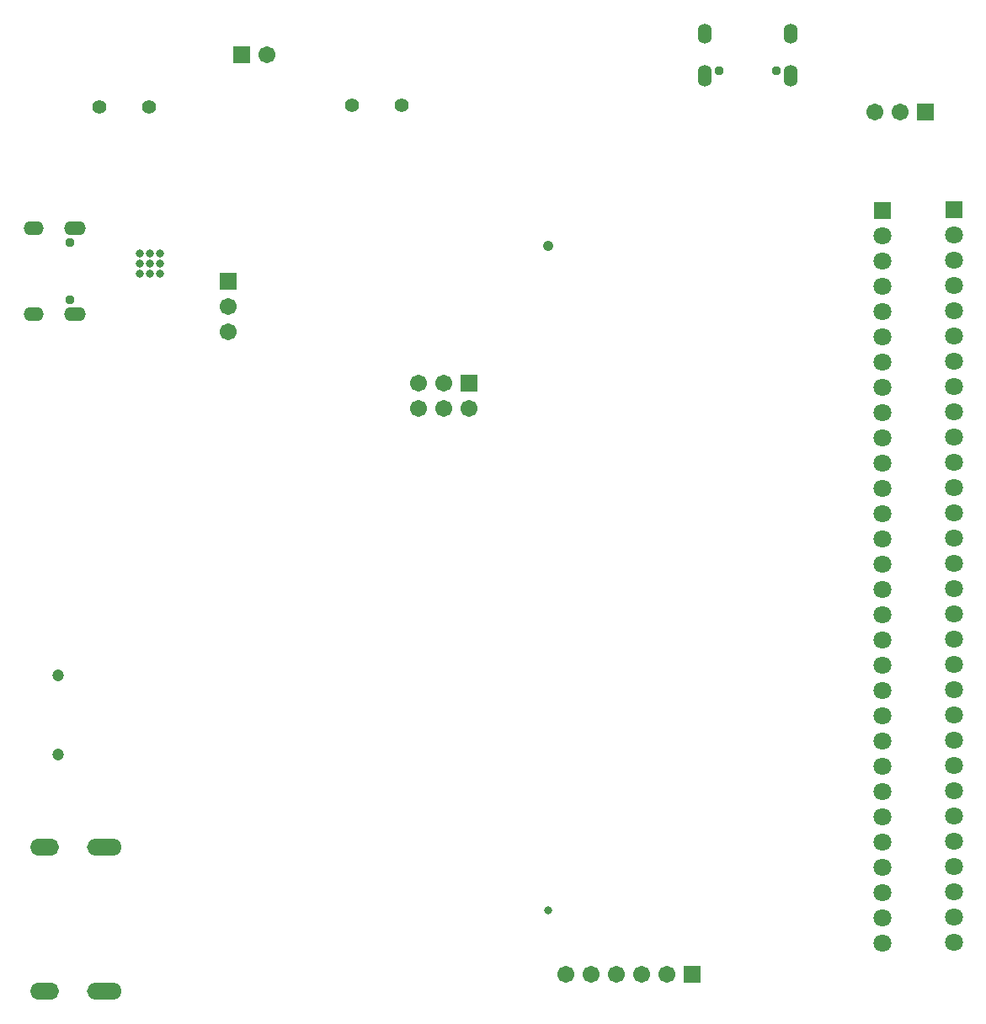
<source format=gbs>
G04*
G04 #@! TF.GenerationSoftware,Altium Limited,Altium Designer,21.1.1 (26)*
G04*
G04 Layer_Color=16711935*
%FSLAX25Y25*%
%MOIN*%
G70*
G04*
G04 #@! TF.SameCoordinates,B5F5DE5B-2645-439E-AC59-352A346880EA*
G04*
G04*
G04 #@! TF.FilePolarity,Negative*
G04*
G01*
G75*
%ADD106R,0.06706X0.06706*%
%ADD107C,0.06706*%
%ADD108C,0.03300*%
%ADD109C,0.03753*%
%ADD110O,0.07887X0.05524*%
%ADD111O,0.08674X0.05524*%
%ADD112C,0.04737*%
%ADD113R,0.07099X0.07099*%
%ADD114C,0.07099*%
%ADD115O,0.05524X0.07887*%
%ADD116O,0.05524X0.08674*%
%ADD117R,0.06706X0.06706*%
%ADD118C,0.05524*%
%ADD119O,0.13789X0.06706*%
%ADD120O,0.11427X0.06706*%
%ADD121C,0.04147*%
%ADD122C,0.03162*%
D106*
X92600Y375000D02*
D03*
X271100Y11100D02*
D03*
X363200Y352600D02*
D03*
X182800Y245100D02*
D03*
D107*
X102600Y375000D02*
D03*
X221100Y11100D02*
D03*
X231100D02*
D03*
X241100D02*
D03*
X251100D02*
D03*
X261100D02*
D03*
X87500Y275300D02*
D03*
Y265300D02*
D03*
X343200Y352600D02*
D03*
X353200D02*
D03*
X162800Y235100D02*
D03*
X172800D02*
D03*
X182800D02*
D03*
X162800Y245100D02*
D03*
X172800D02*
D03*
D108*
X60200Y288600D02*
D03*
X56400D02*
D03*
X60200Y292500D02*
D03*
X56400D02*
D03*
X52300Y288600D02*
D03*
Y292600D02*
D03*
X60200Y296300D02*
D03*
X56400D02*
D03*
X52300D02*
D03*
D109*
X24638Y300778D02*
D03*
Y278022D02*
D03*
X304470Y368930D02*
D03*
X281714D02*
D03*
D110*
X10268Y306408D02*
D03*
X10269Y272392D02*
D03*
D111*
X26725Y272392D02*
D03*
X26725Y306407D02*
D03*
D112*
X19890Y129590D02*
D03*
X19900Y98100D02*
D03*
D113*
X374600Y313900D02*
D03*
X346300Y313600D02*
D03*
D114*
X374600Y303900D02*
D03*
Y293900D02*
D03*
Y283900D02*
D03*
Y273900D02*
D03*
Y263900D02*
D03*
Y253900D02*
D03*
Y243900D02*
D03*
Y233900D02*
D03*
Y223900D02*
D03*
Y213900D02*
D03*
Y203900D02*
D03*
Y193900D02*
D03*
Y183900D02*
D03*
Y173900D02*
D03*
Y163900D02*
D03*
Y153900D02*
D03*
Y143900D02*
D03*
Y133900D02*
D03*
Y123900D02*
D03*
Y113900D02*
D03*
Y103900D02*
D03*
Y93900D02*
D03*
Y83900D02*
D03*
Y73900D02*
D03*
Y63900D02*
D03*
Y53900D02*
D03*
Y43900D02*
D03*
Y33900D02*
D03*
Y23900D02*
D03*
X346300Y303600D02*
D03*
Y293600D02*
D03*
Y283600D02*
D03*
Y273600D02*
D03*
Y263600D02*
D03*
Y253600D02*
D03*
Y243600D02*
D03*
Y233600D02*
D03*
Y223600D02*
D03*
Y213600D02*
D03*
Y203600D02*
D03*
Y193600D02*
D03*
Y183600D02*
D03*
Y173600D02*
D03*
Y163600D02*
D03*
Y153600D02*
D03*
Y143600D02*
D03*
Y133600D02*
D03*
Y123600D02*
D03*
Y113600D02*
D03*
Y103600D02*
D03*
Y93600D02*
D03*
Y83600D02*
D03*
Y73600D02*
D03*
Y63600D02*
D03*
Y53600D02*
D03*
Y43600D02*
D03*
Y33600D02*
D03*
Y23600D02*
D03*
D115*
X310100Y383300D02*
D03*
X276084Y383300D02*
D03*
D116*
X276084Y366844D02*
D03*
X310100Y366843D02*
D03*
D117*
X87500Y285300D02*
D03*
D118*
X136315Y355000D02*
D03*
X156000D02*
D03*
X36215Y354600D02*
D03*
X55900D02*
D03*
D119*
X38211Y61545D02*
D03*
Y4453D02*
D03*
D120*
X14587Y61545D02*
D03*
Y4453D02*
D03*
D121*
X214058Y299461D02*
D03*
D122*
Y36468D02*
D03*
M02*

</source>
